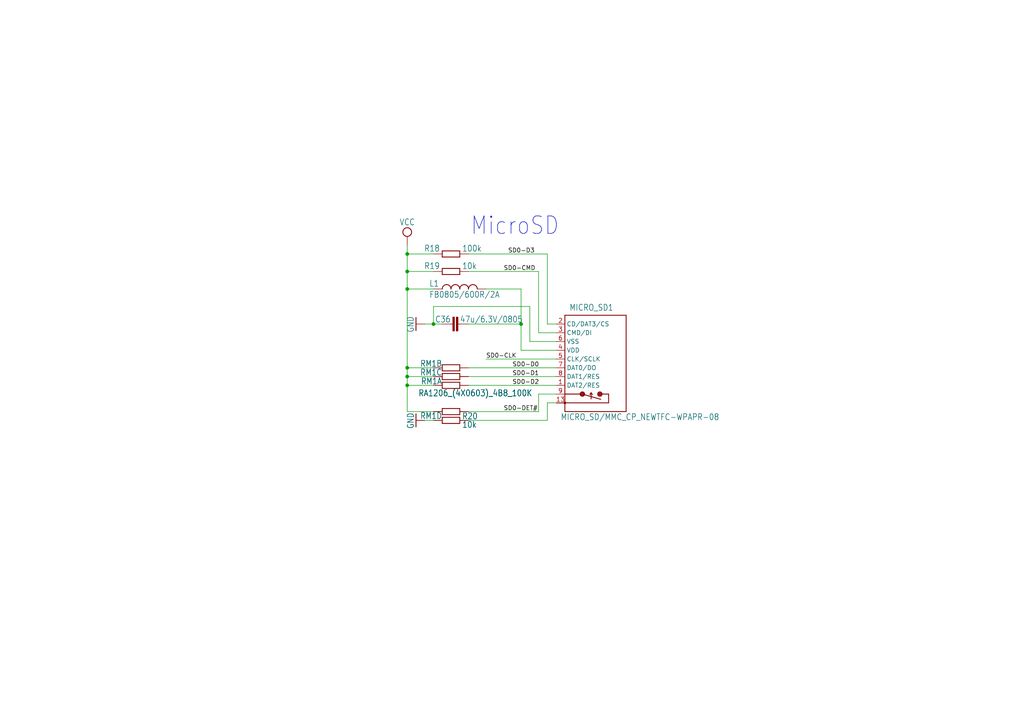
<source format=kicad_sch>
(kicad_sch (version 20231120) (generator "eeschema") (generator_version "8.0")
  (paper "A4")
  (lib_symbols
    (symbol "Library:C-EUC0805_5MIL_DWS"
      (property "Reference" "C" (at 1.524 0.381 0))
      (symbol "C-EUC0805_5MIL_DWS_1_0"
        (rectangle (start -2.032 -2.032) (end 2.032 -1.524) (fill (type outline)))
        (rectangle (start -2.032 -1.016) (end 2.032 -0.508) (fill (type outline)))
        (polyline (pts (xy 0 -2.54) (xy 0 -2.032)) (stroke (width 0.1524)))
        (polyline (pts (xy 0 0) (xy 0 -0.508)) (stroke (width 0.1524)))
        (pin passive line (at 0 2.54 270) (length 2.54) (name "1") (number "1"))
        (pin passive line (at 0 -5.08 90) (length 2.54) (name "2") (number "2"))
      )
    )
    (symbol "Library:GND" (power)
      (symbol "GND_1_0"
        (polyline (pts (xy -1.905 0) (xy 1.905 0)) (stroke (width 0.254)))
        (pin power_in line (at 0 2.54 270) (length 2.54) (name "GND") (number "1"))
      )
    )
    (symbol "Library:L-USL0805_5MIL_DWS"
      (property "Reference" "L" (at -1.27 -5.08 90))
      (symbol "L-USL0805_5MIL_DWS_1_0"
        (arc (start 0 -5.08) (mid 0.898 -4.708) (end 1.27 -3.81) (stroke (width 0.254)))
        (arc (start 0 -2.54) (mid 0.898 -2.168) (end 1.27 -1.27) (stroke (width 0.254)))
        (arc (start 0 0) (mid 0.898 0.372) (end 1.27 1.27) (stroke (width 0.254)))
        (arc (start 0 2.54) (mid 0.898 2.912) (end 1.27 3.81) (stroke (width 0.254)))
        (arc (start 1.27 -3.81) (mid 0.898 -2.912) (end 0 -2.54) (stroke (width 0.254)))
        (arc (start 1.27 -1.27) (mid 0.898 -0.372) (end 0 0) (stroke (width 0.254)))
        (arc (start 1.27 1.27) (mid 0.898 2.168) (end 0 2.54) (stroke (width 0.254)))
        (arc (start 1.27 3.81) (mid 0.898 4.708) (end 0 5.08) (stroke (width 0.254)))
        (pin passive line (at 0 7.62 270) (length 2.54) (name "1") (number "1"))
        (pin passive line (at 0 -7.62 90) (length 2.54) (name "2") (number "2"))
      )
    )
    (symbol "Library:MICRO_SD/MMC_CP_NEWTFC-WPAPR-08"
      (property "Reference" "SD/MMC" (at -8.89 13.97 0))
      (symbol "MICRO_SD/MMC_CP_NEWTFC-WPAPR-08_1_0"
        (circle (center -10.16 -12.7) (radius 0.254) (stroke (width 0.254)))
        (circle (center -5.08 -10.16) (radius 0.254) (stroke (width 0.254)))
        (circle (center -5.08 -10.16) (radius 0.508) (stroke (width 0.254)))
        (circle (center -5.08 -10.16) (radius 0.635) (stroke (width 0.254)))
        (circle (center 0 -10.16) (radius 0.127) (stroke (width 0.254)))
        (circle (center 0 -10.16) (radius 0.381) (stroke (width 0.254)))
        (circle (center 0 -10.16) (radius 0.635) (stroke (width 0.254)))
        (polyline (pts (xy -10.16 -15.24) (xy 7.62 -15.24)) (stroke (width 0.254)))
        (polyline (pts (xy -10.16 -12.7) (xy -10.16 -15.24)) (stroke (width 0.254)))
        (polyline (pts (xy -10.16 -10.16) (xy -10.16 -12.7)) (stroke (width 0.254)))
        (polyline (pts (xy -10.16 -10.16) (xy -5.715 -10.16)) (stroke (width 0.254)))
        (polyline (pts (xy -10.16 12.7) (xy -10.16 -10.16)) (stroke (width 0.254)))
        (polyline (pts (xy -5.08 -10.16) (xy 0.254 -11.684)) (stroke (width 0.254)))
        (polyline (pts (xy -2.54 -11.557) (xy -2.54 -9.779)) (stroke (width 0.254)))
        (polyline (pts (xy -2.54 -9.779) (xy -2.921 -10.287)) (stroke (width 0.254)))
        (polyline (pts (xy -2.54 -9.779) (xy -2.159 -10.287)) (stroke (width 0.254)))
        (polyline (pts (xy 0.635 -10.16) (xy 2.54 -10.16)) (stroke (width 0.254)))
        (polyline (pts (xy 2.54 -12.7) (xy -10.16 -12.7)) (stroke (width 0.254)))
        (polyline (pts (xy 2.54 -10.16) (xy 2.54 -12.7)) (stroke (width 0.254)))
        (polyline (pts (xy 7.62 -15.24) (xy 7.62 12.7)) (stroke (width 0.254)))
        (polyline (pts (xy 7.62 12.7) (xy -10.16 12.7)) (stroke (width 0.254)))
        (pin bidirectional line (at -12.7 -7.62 0) (length 2.54) (name "DAT2/RES") (number "1"))
        (pin input line (at -12.7 -12.7 0) (length 2.54) (name "PACK1") (number "10"))
        (pin input line (at -12.7 -12.7 0) (length 2.54) (name "PACK2") (number "11"))
        (pin input line (at -12.7 -12.7 0) (length 2.54) (name "PACK3") (number "12"))
        (pin input line (at -12.7 -12.7 0) (length 2.54) (name "PACK4") (number "13"))
        (pin input line (at -12.7 10.16 0) (length 2.54) (name "CD/DAT3/CS") (number "2"))
        (pin input line (at -12.7 7.62 0) (length 2.54) (name "CMD/DI") (number "3"))
        (pin power_in line (at -12.7 2.54 0) (length 2.54) (name "VDD") (number "4"))
        (pin input line (at -12.7 0 0) (length 2.54) (name "CLK/SCLK") (number "5"))
        (pin power_in line (at -12.7 5.08 0) (length 2.54) (name "VSS") (number "6"))
        (pin output line (at -12.7 -2.54 0) (length 2.54) (name "DAT0/DO") (number "7"))
        (pin bidirectional line (at -12.7 -5.08 0) (length 2.54) (name "DAT1/RES") (number "8"))
        (pin input line (at -12.7 -10.16 0) (length 2.54) (name "CP_E") (number "9"))
      )
    )
    (symbol "Library:R-EU_R0603_5MIL_DWS"
      (property "Reference" "R" (at -3.81 1.4986 0))
      (symbol "R-EU_R0603_5MIL_DWS_1_0"
        (polyline (pts (xy -2.54 -0.889) (xy -2.54 0.889)) (stroke (width 0.254)))
        (polyline (pts (xy -2.54 -0.889) (xy 2.54 -0.889)) (stroke (width 0.254)))
        (polyline (pts (xy 2.54 -0.889) (xy 2.54 0.889)) (stroke (width 0.254)))
        (polyline (pts (xy 2.54 0.889) (xy -2.54 0.889)) (stroke (width 0.254)))
        (pin passive line (at -5.08 0 0) (length 2.54) (name "1") (number "1"))
        (pin passive line (at 5.08 0 180) (length 2.54) (name "2") (number "2"))
      )
    )
    (symbol "Library:R_MATRIX_4E"
      (property "Reference" "RM" (at -3.048 0.254 0))
      (symbol "R_MATRIX_4E_1_0"
        (polyline (pts (xy -2.54 -0.889) (xy -2.54 0.889)) (stroke (width 0.254)))
        (polyline (pts (xy -2.54 -0.889) (xy 2.54 -0.889)) (stroke (width 0.254)))
        (polyline (pts (xy 2.54 -0.889) (xy 2.54 0.889)) (stroke (width 0.254)))
        (polyline (pts (xy 2.54 0.889) (xy -2.54 0.889)) (stroke (width 0.254)))
        (pin passive line (at -5.08 0 0) (length 2.54) (name "1") (number "1.1"))
        (pin passive line (at 5.08 0 180) (length 2.54) (name "2") (number "1.2"))
      )
      (symbol "R_MATRIX_4E_2_0"
        (polyline (pts (xy -2.54 -0.889) (xy -2.54 0.889)) (stroke (width 0.254)))
        (polyline (pts (xy -2.54 -0.889) (xy 2.54 -0.889)) (stroke (width 0.254)))
        (polyline (pts (xy 2.54 -0.889) (xy 2.54 0.889)) (stroke (width 0.254)))
        (polyline (pts (xy 2.54 0.889) (xy -2.54 0.889)) (stroke (width 0.254)))
        (pin passive line (at -5.08 0 0) (length 2.54) (name "1") (number "2.1"))
        (pin passive line (at 5.08 0 180) (length 2.54) (name "2") (number "2.2"))
      )
      (symbol "R_MATRIX_4E_3_0"
        (polyline (pts (xy -2.54 -0.889) (xy -2.54 0.889)) (stroke (width 0.254)))
        (polyline (pts (xy -2.54 -0.889) (xy 2.54 -0.889)) (stroke (width 0.254)))
        (polyline (pts (xy 2.54 -0.889) (xy 2.54 0.889)) (stroke (width 0.254)))
        (polyline (pts (xy 2.54 0.889) (xy -2.54 0.889)) (stroke (width 0.254)))
        (pin passive line (at -5.08 0 0) (length 2.54) (name "1") (number "3.1"))
        (pin passive line (at 5.08 0 180) (length 2.54) (name "2") (number "3.2"))
      )
      (symbol "R_MATRIX_4E_4_0"
        (polyline (pts (xy -2.54 -0.889) (xy -2.54 0.889)) (stroke (width 0.254)))
        (polyline (pts (xy -2.54 -0.889) (xy 2.54 -0.889)) (stroke (width 0.254)))
        (polyline (pts (xy 2.54 -0.889) (xy 2.54 0.889)) (stroke (width 0.254)))
        (polyline (pts (xy 2.54 0.889) (xy -2.54 0.889)) (stroke (width 0.254)))
        (pin passive line (at -5.08 0 0) (length 2.54) (name "1") (number "4.1"))
        (pin passive line (at 5.08 0 180) (length 2.54) (name "2") (number "4.2"))
      )
    )
    (symbol "Library:VCC" (power)
      (symbol "VCC_1_0"
        (circle (center 0 1.27) (radius 1.27) (stroke (width 0.254)))
        (pin power_in line (at 0 -2.54 90) (length 2.54) (name "VCC") (number "1"))
      )
    )
  )
  (junction (at 151.13 93.98))
  (junction (at 118.11 106.68))
  (junction (at 118.11 83.82))
  (junction (at 118.11 73.66))
  (junction (at 118.11 109.22))
  (junction (at 118.11 111.76))
  (junction (at 125.73 93.98))
  (junction (at 118.11 78.74))
  (wire (pts (xy 118.11 106.68) (xy 118.11 83.82)) (stroke (width 0.1524)))
  (wire (pts (xy 135.89 93.98) (xy 151.13 93.98)) (stroke (width 0.1524)))
  (wire (pts (xy 156.21 78.74) (xy 135.89 78.74)) (stroke (width 0.1524)))
  (wire (pts (xy 135.89 109.22) (xy 161.29 109.22)) (stroke (width 0.1524)))
  (wire (pts (xy 125.73 73.66) (xy 118.11 73.66)) (stroke (width 0.1524)))
  (wire (pts (xy 118.11 119.38) (xy 125.73 119.38)) (stroke (width 0.1524)))
  (wire (pts (xy 140.97 83.82) (xy 151.13 83.82)) (stroke (width 0.1524)))
  (wire (pts (xy 151.13 93.98) (xy 151.13 101.6)) (stroke (width 0.1524)))
  (wire (pts (xy 135.89 106.68) (xy 161.29 106.68)) (stroke (width 0.1524)))
  (wire (pts (xy 156.21 114.3) (xy 156.21 119.38)) (stroke (width 0.1524)))
  (wire (pts (xy 135.89 73.66) (xy 158.75 73.66)) (stroke (width 0.1524)))
  (wire (pts (xy 161.29 104.14) (xy 140.97 104.14)) (stroke (width 0.1524)))
  (wire (pts (xy 125.73 106.68) (xy 118.11 106.68)) (stroke (width 0.1524)))
  (wire (pts (xy 125.73 88.9) (xy 125.73 93.98)) (stroke (width 0.1524)))
  (wire (pts (xy 118.11 109.22) (xy 118.11 106.68)) (stroke (width 0.1524)))
  (wire (pts (xy 153.67 99.06) (xy 153.67 88.9)) (stroke (width 0.1524)))
  (wire (pts (xy 161.29 99.06) (xy 153.67 99.06)) (stroke (width 0.1524)))
  (wire (pts (xy 118.11 78.74) (xy 118.11 73.66)) (stroke (width 0.1524)))
  (wire (pts (xy 153.67 88.9) (xy 125.73 88.9)) (stroke (width 0.1524)))
  (wire (pts (xy 118.11 73.66) (xy 118.11 71.12)) (stroke (width 0.1524)))
  (wire (pts (xy 135.89 111.76) (xy 161.29 111.76)) (stroke (width 0.1524)))
  (wire (pts (xy 156.21 119.38) (xy 135.89 119.38)) (stroke (width 0.1524)))
  (wire (pts (xy 125.73 83.82) (xy 118.11 83.82)) (stroke (width 0.1524)))
  (wire (pts (xy 123.19 121.92) (xy 125.73 121.92)) (stroke (width 0.1524)))
  (wire (pts (xy 161.29 96.52) (xy 156.21 96.52)) (stroke (width 0.1524)))
  (wire (pts (xy 158.75 121.92) (xy 135.89 121.92)) (stroke (width 0.1524)))
  (wire (pts (xy 118.11 119.38) (xy 118.11 111.76)) (stroke (width 0.1524)))
  (wire (pts (xy 125.73 109.22) (xy 118.11 109.22)) (stroke (width 0.1524)))
  (wire (pts (xy 151.13 101.6) (xy 161.29 101.6)) (stroke (width 0.1524)))
  (wire (pts (xy 161.29 93.98) (xy 158.75 93.98)) (stroke (width 0.1524)))
  (wire (pts (xy 161.29 114.3) (xy 156.21 114.3)) (stroke (width 0.1524)))
  (wire (pts (xy 158.75 93.98) (xy 158.75 73.66)) (stroke (width 0.1524)))
  (wire (pts (xy 125.73 93.98) (xy 123.19 93.98)) (stroke (width 0.1524)))
  (wire (pts (xy 161.29 116.84) (xy 158.75 116.84)) (stroke (width 0.1524)))
  (wire (pts (xy 125.73 111.76) (xy 118.11 111.76)) (stroke (width 0.1524)))
  (wire (pts (xy 118.11 111.76) (xy 118.11 109.22)) (stroke (width 0.1524)))
  (wire (pts (xy 151.13 93.98) (xy 151.13 83.82)) (stroke (width 0.1524)))
  (wire (pts (xy 156.21 96.52) (xy 156.21 78.74)) (stroke (width 0.1524)))
  (wire (pts (xy 158.75 116.84) (xy 158.75 121.92)) (stroke (width 0.1524)))
  (wire (pts (xy 125.73 78.74) (xy 118.11 78.74)) (stroke (width 0.1524)))
  (wire (pts (xy 118.11 83.82) (xy 118.11 78.74)) (stroke (width 0.1524)))
  (wire (pts (xy 128.27 93.98) (xy 125.73 93.98)) (stroke (width 0.1524)))
  (text "MicroSD" (at 136.398 68.58 0) (effects (font (size 5.08 4.318)) (justify left bottom)))
  (label "SD0-D0" (at 148.59 106.68 0) (effects (font (size 1.2446 1.2446))))
  (label "SD0-CMD" (at 146.05 78.74 0) (effects (font (size 1.2446 1.2446))))
  (label "SD0-DET#" (at 146.05 119.38 0) (effects (font (size 1.2446 1.2446))))
  (label "SD0-CLK" (at 140.97 104.14 0) (effects (font (size 1.2446 1.2446))))
  (label "SD0-D2" (at 148.59 111.76 0) (effects (font (size 1.2446 1.2446))))
  (label "SD0-D1" (at 148.59 109.22 0) (effects (font (size 1.2446 1.2446))))
  (label "SD0-D3" (at 147.32 73.66 0) (effects (font (size 1.2446 1.2446))))
  (symbol (lib_id "Library:MICRO_SD/MMC_CP_NEWTFC-WPAPR-08") (at 173.99 104.14 0) (unit 1)
    (property "Reference" "MICRO_SD1" (at 165.1 90.17 0) (effects (font (size 1.778 1.5113)) (justify left bottom)))
    (property "Value" "MICRO_SD/MMC_CP_NEWTFC-WPAPR-08" (at 162.56 121.92 0) (effects (font (size 1.778 1.5113)) (justify left bottom)))
    (property "Footprint" "A33-OLinuXino_Rev_C:TFC-WPAPR-08" (effects (hide yes)))
  )
  (symbol (lib_id "Library:R_MATRIX_4E") (at 130.81 109.22 0) (mirror y) (unit 3)
    (property "Reference" "RM1" (at 128.27 108.966 0) (effects (font (size 1.778 1.5113)) (justify left bottom)))
    (property "Value" "RA1206_(4X0603)_4B8_100K" (at 121.285 113.03 0) (effects (font (size 1.778 1.5113)) (justify right top)))
    (property "Footprint" "A33-OLinuXino_Rev_C:R_MATRIX_4" (effects (hide yes)))
  )
  (symbol (lib_id "Library:GND") (at 120.65 121.92 270) (mirror x) (unit 1)
    (property "Reference" "#GND02" (effects (hide yes)))
    (property "Value" "GND" (at 118.11 124.46 0) (effects (font (size 1.778 1.5113)) (justify left bottom)))
  )
  (symbol (lib_id "Library:R-EU_R0603_5MIL_DWS") (at 130.81 78.74 0) (mirror y) (unit 1)
    (property "Reference" "R19" (at 127.635 78.105 0) (effects (font (size 1.778 1.5113)) (justify left bottom)))
    (property "Value" "10k" (at 133.985 78.105 0) (effects (font (size 1.778 1.5113)) (justify right bottom)))
    (property "Footprint" "A33-OLinuXino_Rev_C:R0603_5MIL_DWS" (effects (hide yes)))
  )
  (symbol (lib_id "Library:R-EU_R0603_5MIL_DWS") (at 130.81 121.92 0) (mirror y) (unit 1)
    (property "Reference" "R20" (at 133.985 121.666 0) (effects (font (size 1.778 1.5113)) (justify right bottom)))
    (property "Value" "10k" (at 133.985 122.174 0) (effects (font (size 1.778 1.5113)) (justify right top)))
    (property "Footprint" "A33-OLinuXino_Rev_C:R0603_5MIL_DWS" (effects (hide yes)))
  )
  (symbol (lib_id "Library:L-USL0805_5MIL_DWS") (at 133.35 83.82 90) (unit 1)
    (property "Reference" "L1" (at 124.46 83.185 90) (effects (font (size 1.778 1.5113)) (justify right top)))
    (property "Value" "FB0805/600R/2A" (at 124.46 84.455 90) (effects (font (size 1.778 1.5113)) (justify right bottom)))
    (property "Footprint" "A33-OLinuXino_Rev_C:L0805_5MIL_DWS" (effects (hide yes)))
  )
  (symbol (lib_id "Library:GND") (at 120.65 93.98 270) (mirror x) (unit 1)
    (property "Reference" "#GND01" (effects (hide yes)))
    (property "Value" "GND" (at 118.11 96.52 0) (effects (font (size 1.778 1.5113)) (justify left bottom)))
  )
  (symbol (lib_id "Library:VCC") (at 118.11 68.58 0) (unit 1)
    (property "Reference" "#V01" (effects (hide yes)))
    (property "Value" "VCC" (at 115.824 65.405 0) (effects (font (size 1.778 1.5113)) (justify left bottom)))
  )
  (symbol (lib_id "Library:R_MATRIX_4E") (at 130.81 106.68 0) (mirror y) (unit 2)
    (property "Reference" "RM1" (at 128.27 106.426 0) (effects (font (size 1.778 1.5113)) (justify left bottom)))
    (property "Value" "RA1206_(4X0603)_4B8_100K" (effects (hide yes)))
    (property "Footprint" "A33-OLinuXino_Rev_C:R_MATRIX_4" (effects (hide yes)))
  )
  (symbol (lib_id "Library:R_MATRIX_4E") (at 130.81 119.38 180) (unit 4)
    (property "Reference" "RM1" (at 128.27 119.634 0) (effects (font (size 1.778 1.5113)) (justify left bottom)))
    (property "Value" "RA1206_(4X0603)_4B8_100K" (at 121.285 113.03 0) (effects (font (size 1.778 1.5113)) (justify right bottom)))
    (property "Footprint" "A33-OLinuXino_Rev_C:R_MATRIX_4" (effects (hide yes)))
  )
  (symbol (lib_id "Library:R-EU_R0603_5MIL_DWS") (at 130.81 73.66 0) (mirror y) (unit 1)
    (property "Reference" "R18" (at 127.635 73.025 0) (effects (font (size 1.778 1.5113)) (justify left bottom)))
    (property "Value" "100k" (at 133.985 73.025 0) (effects (font (size 1.778 1.5113)) (justify right bottom)))
    (property "Footprint" "A33-OLinuXino_Rev_C:R0603_5MIL_DWS" (effects (hide yes)))
  )
  (symbol (lib_id "Library:R_MATRIX_4E") (at 130.81 111.76 0) (mirror y) (unit 1)
    (property "Reference" "RM1" (at 128.27 111.506 0) (effects (font (size 1.778 1.5113)) (justify left bottom)))
    (property "Value" "RA1206_(4X0603)_4B8_100K" (effects (hide yes)))
    (property "Footprint" "A33-OLinuXino_Rev_C:R_MATRIX_4" (effects (hide yes)))
  )
  (symbol (lib_id "Library:C-EUC0805_5MIL_DWS") (at 130.81 93.98 90) (mirror x) (unit 1)
    (property "Reference" "C36" (at 130.81 93.599 90) (effects (font (size 1.778 1.5113)) (justify left bottom)))
    (property "Value" "47u/6.3V/0805" (at 133.35 93.599 90) (effects (font (size 1.778 1.5113)) (justify right bottom)))
    (property "Footprint" "A33-OLinuXino_Rev_C:C0805_5MIL_DWS" (effects (hide yes)))
  )
)
</source>
